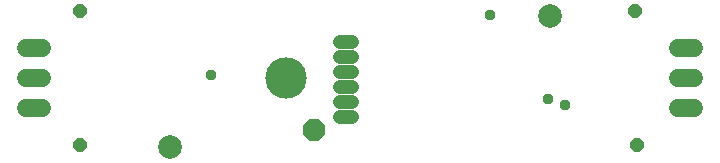
<source format=gbr>
G04 EAGLE Gerber RS-274X export*
G75*
%MOMM*%
%FSLAX34Y34*%
%LPD*%
%INSoldermask Bottom*%
%IPPOS*%
%AMOC8*
5,1,8,0,0,1.08239X$1,22.5*%
G01*
%ADD10C,2.003200*%
%ADD11C,3.503200*%
%ADD12C,1.524000*%
%ADD13C,1.211200*%
%ADD14P,1.951982X8X202.500000*%
%ADD15C,0.959600*%
%ADD16P,1.255139X8X22.500000*%


D10*
X150000Y14000D03*
X472000Y125000D03*
D11*
X248000Y72500D03*
D12*
X41604Y47100D02*
X28396Y47100D01*
X28396Y72500D02*
X41604Y72500D01*
X41604Y97900D02*
X28396Y97900D01*
X580396Y97900D02*
X593604Y97900D01*
X593604Y72500D02*
X580396Y72500D01*
X580396Y47100D02*
X593604Y47100D01*
D13*
X304540Y103550D02*
X294460Y103550D01*
X294460Y90850D02*
X304540Y90850D01*
X304540Y78150D02*
X294460Y78150D01*
X294460Y65450D02*
X304540Y65450D01*
X304540Y52750D02*
X294460Y52750D01*
X294460Y40050D02*
X304540Y40050D01*
D14*
X272500Y29000D03*
D15*
X185000Y75000D03*
D16*
X545500Y16000D03*
X74000Y15704D03*
X543500Y129296D03*
X74000Y129000D03*
D15*
X470000Y55000D03*
X485000Y50000D03*
X421270Y126270D03*
M02*

</source>
